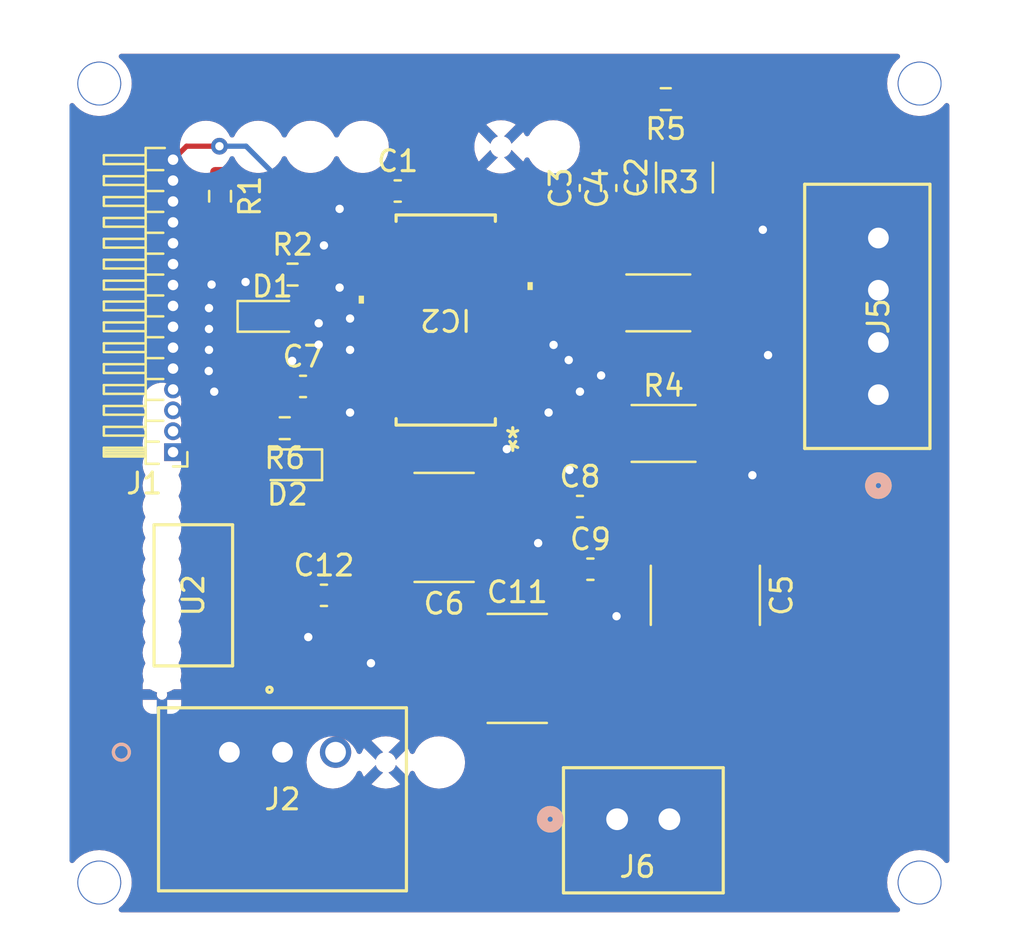
<source format=kicad_pcb>
(kicad_pcb (version 20221018) (generator pcbnew)
  (layers (0 "F.Cu" signal) (31 "B.Cu" signal) (34 "B.Paste" user) (35 "F.Paste" user) (36 "B.SilkS" user "B.Silkscreen") (37 "F.SilkS" user "F.Silkscreen") (38 "B.Mask" user) (39 "F.Mask" user) (44 "Edge.Cuts" user))
  (net 0 "")
  (net 1 "Net-(IC2-5VOUT)")
  (net 2 "GND")
  (net 3 "VM")
  (net 4 "Net-(C2-Pad2)")
  (net 5 "+3.3V")
  (net 6 "Net-(IC2-VCP)")
  (net 7 "Net-(IC2-CPI)")
  (net 8 "CP0")
  (net 9 "Net-(D1-A)")
  (net 10 "Net-(D2-A)")
  (net 11 "/A2")
  (net 12 "Net-(IC2-BRA)")
  (net 13 "/A1")
  (net 14 "/A3")
  (net 15 "Net-(IC2-BRB)")
  (net 16 "/A4")
  (net 18 "RX")
  (net 19 "DIAG")
  (net 20 "SPREAD")
  (net 21 "DIR")
  (net 22 "ENN")
  (net 23 "STEP")
  (net 25 "MS1")
  (net 26 "MS2")
  (net 27 "INDEX")
  (net 28 "+5V")
  (net 29 "TX")
  (footprint "Capacitor_SMD:C_2220_5650Metric_Pad1.97x5.40mm_HandSolder" (layer "F.Cu") (at 142.75 95.5)
    (fp_text reference "C11" (at 0 -3.65) (layer "F.SilkS"))
    (fp_text value "22 µF" hide)
    (pad "1" smd roundrect (at -2.6375 0) (size 1.975 5.4) (layers "F.Cu" "F.Paste" "F.Mask") (roundrect_rratio 0.126582) (net 5 "+3.3V"))
    (pad "2" smd roundrect (at 2.6375 0) (size 1.975 5.4) (layers "F.Cu" "F.Paste" "F.Mask") (roundrect_rratio 0.126582) (net 2 "GND"))
  )
  (footprint "Resistor_SMD:R_2010_5025Metric" (layer "F.Cu") (at 149.75 84.25)
    (fp_text reference "R4" (at 0 -2.28) (layer "F.SilkS"))
    (fp_text value "150mΩ/1W/2010" hide)
    (pad "1" smd roundrect (at -2.3125 0) (size 1.225 2.65) (layers "F.Cu" "F.Paste" "F.Mask") (roundrect_rratio 0.204082) (net 12 "Net-(IC2-BRA)"))
    (pad "2" smd roundrect (at 2.3125 0) (size 1.225 2.65) (layers "F.Cu" "F.Paste" "F.Mask") (roundrect_rratio 0.204082) (net 2 "GND"))
  )
  (footprint "Capacitor_SMD:C_0603_1608Metric_Pad1.08x0.95mm_HandSolder" (layer "F.Cu") (at 137.029801 72.644917)
    (fp_text reference "C1" (at 0 -1.43) (layer "F.SilkS"))
    (fp_text value "2.2µF/50V/0603" hide)
    (pad "1" smd roundrect (at -0.8625 0) (size 1.075 0.95) (layers "F.Cu" "F.Paste" "F.Mask") (net 1 "Net-(IC2-5VOUT)"))
    (pad "2" smd roundrect (at 0.8625 0) (size 1.075 0.95) (layers "F.Cu" "F.Paste" "F.Mask") (net 2 "GND"))
  )
  (footprint "Capacitor_SMD:C_2220_5650Metric" (layer "F.Cu") (at 139.25 88.75 180)
    (fp_text reference "C6" (at 0 -3.65) (layer "F.SilkS"))
    (fp_text value "10µF/50V/2220" hide)
    (pad "1" smd roundrect (at -2.55 0 180) (size 1.8 5.4) (layers "F.Cu" "F.Paste" "F.Mask") (roundrect_rratio 0.138889) (net 3 "VM"))
    (pad "2" smd roundrect (at 2.55 0 180) (size 1.8 5.4) (layers "F.Cu" "F.Paste" "F.Mask") (roundrect_rratio 0.138889) (net 2 "GND"))
  )
  (footprint "LED_SMD:LED_0603_1608Metric_Pad1.05x0.95mm_HandSolder" (layer "F.Cu") (at 131.029801 78.644917)
    (fp_text reference "D1" (at 0 -1.43) (layer "F.SilkS"))
    (fp_text value "white/0603" hide)
    (pad "1" smd roundrect (at -0.875 0) (size 1.05 0.95) (layers "F.Cu" "F.Paste" "F.Mask") (net 2 "GND"))
    (pad "2" smd roundrect (at 0.875 0) (size 1.05 0.95) (layers "F.Cu" "F.Paste" "F.Mask") (net 9 "Net-(D1-A)"))
  )
  (footprint "Resistor_SMD:R_0603_1608Metric" (layer "F.Cu") (at 131.625 84 180)
    (fp_text reference "R6" (at 0 -1.43) (layer "F.SilkS"))
    (fp_text value "1kΩ/1%/0603" hide)
    (pad "1" smd roundrect (at -0.825 0 180) (size 0.8 0.95) (layers "F.Cu" "F.Paste" "F.Mask") (net 5 "+3.3V"))
    (pad "2" smd roundrect (at 0.825 0 180) (size 0.8 0.95) (layers "F.Cu" "F.Paste" "F.Mask") (net 10 "Net-(D2-A)"))
  )
  (footprint "Resistor_SMD:R_0603_1608Metric" (layer "F.Cu") (at 132 76.644917)
    (fp_text reference "R2" (at 0 -1.43) (layer "F.SilkS"))
    (fp_text value "220Ω/1%/0603" hide)
    (pad "1" smd roundrect (at -0.825 0) (size 0.8 0.95) (layers "F.Cu" "F.Paste" "F.Mask") (net 9 "Net-(D1-A)"))
    (pad "2" smd roundrect (at 0.825 0) (size 0.8 0.95) (layers "F.Cu" "F.Paste" "F.Mask") (net 19 "DIAG"))
  )
  (footprint "Connector_PinHeader_1.00mm:PinHeader_1x15_P1.00mm_Horizontal" (layer "F.Cu") (at 126.279801 85.144917 180)
    (fp_text reference "J1" (at 1.375 -1.5) (layer "F.SilkS"))
    (fp_text value "Conn_01x15_Pin" hide)
    (pad "1" thru_hole rect (at 0 0 180) (size 0.85 0.85) (drill 0.5) (layers "*.Cu" "*.Mask") (net 2 "GND"))
    (pad "2" thru_hole oval (at 0 1 180) (size 0.85 0.85) (drill 0.5) (layers "*.Cu" "*.Mask") (net 28 "+5V"))
    (pad "3" thru_hole oval (at 0 2 180) (size 0.85 0.85) (drill 0.5) (layers "*.Cu" "*.Mask") (net 5 "+3.3V"))
    (pad "4" thru_hole oval (at 0 3 180) (size 0.85 0.85) (drill 0.5) (layers "*.Cu" "*.Mask") (net 27 "INDEX"))
    (pad "5" thru_hole oval (at 0 4 180) (size 0.85 0.85) (drill 0.5) (layers "*.Cu" "*.Mask") (net 19 "DIAG"))
    (pad "6" thru_hole oval (at 0 5 180) (size 0.85 0.85) (drill 0.5) (layers "*.Cu" "*.Mask") (net 8 "CP0"))
    (pad "7" thru_hole oval (at 0 6 180) (size 0.85 0.85) (drill 0.5) (layers "*.Cu" "*.Mask") (net 23 "STEP"))
    (pad "8" thru_hole oval (at 0 7 180) (size 0.85 0.85) (drill 0.5) (layers "*.Cu" "*.Mask") (net 21 "DIR"))
    (pad "9" thru_hole oval (at 0 8 180) (size 0.85 0.85) (drill 0.5) (layers "*.Cu" "*.Mask") (net 20 "SPREAD"))
    (pad "10" thru_hole oval (at 0 9 180) (size 0.85 0.85) (drill 0.5) (layers "*.Cu" "*.Mask") (net 8 "CP0"))
    (pad "11" thru_hole oval (at 0 10 180) (size 0.85 0.85) (drill 0.5) (layers "*.Cu" "*.Mask") (net 26 "MS2"))
    (pad "12" thru_hole oval (at 0 11 180) (size 0.85 0.85) (drill 0.5) (layers "*.Cu" "*.Mask") (net 25 "MS1"))
    (pad "13" thru_hole oval (at 0 12 180) (size 0.85 0.85) (drill 0.5) (layers "*.Cu" "*.Mask") (net 18 "RX"))
    (pad "14" thru_hole oval (at 0 13 180) (size 0.85 0.85) (drill 0.5) (layers "*.Cu" "*.Mask") (net 29 "TX"))
    (pad "15" thru_hole oval (at 0 14 180) (size 0.85 0.85) (drill 0.5) (layers "*.Cu" "*.Mask") (net 22 "ENN"))
  )
  (footprint "Resistor_SMD:R_0603_1608Metric" (layer "F.Cu") (at 149.854801 68.244917 180)
    (fp_text reference "R5" (at 0 -1.43) (layer "F.SilkS"))
    (fp_text value "110mΩ/1%/0603" hide)
    (pad "1" smd roundrect (at -0.825 0 180) (size 0.8 0.95) (layers "F.Cu" "F.Paste" "F.Mask") (net 4 "Net-(C2-Pad2)"))
    (pad "2" smd roundrect (at 0.825 0 180) (size 0.8 0.95) (layers "F.Cu" "F.Paste" "F.Mask") (net 2 "GND"))
  )
  (footprint "Capacitor_SMD:C_1210_3225Metric" (layer "F.Cu") (at 150.75 72 90)
    (fp_text reference "C2" (at 0 -2.3 90) (layer "F.SilkS"))
    (fp_text value "1µF/50V/1210" hide)
    (pad "1" smd roundrect (at -1.475 0 90) (size 1.15 2.7) (layers "F.Cu" "F.Paste" "F.Mask") (roundrect_rratio 0.217391) (net 3 "VM"))
    (pad "2" smd roundrect (at 1.475 0 90) (size 1.15 2.7) (layers "F.Cu" "F.Paste" "F.Mask") (roundrect_rratio 0.217391) (net 4 "Net-(C2-Pad2)"))
  )
  (footprint "Capacitor_SMD:C_0603_1608Metric" (layer "F.Cu") (at 146.25 72.5 90)
    (fp_text reference "C3" (at 0 -1.43 90) (layer "F.SilkS"))
    (fp_text value "100nF/50V/0603" hide)
    (pad "1" smd roundrect (at -0.775 0 90) (size 0.9 0.95) (layers "F.Cu" "F.Paste" "F.Mask") (net 3 "VM"))
    (pad "2" smd roundrect (at 0.775 0 90) (size 0.9 0.95) (layers "F.Cu" "F.Paste" "F.Mask") (net 2 "GND"))
  )
  (footprint "173010542 - DC:173010542" (layer "F.Cu") (at 128.976 99.51175)
    (fp_text reference "J2" (at 2.54 2.254) (layer "F.SilkS"))
    (fp_text value "173010542" hide)
    (pad "1" thru_hole circle (at 0 0) (size 1.4986 1.4986) (drill 0.9906) (layers "*.Cu" "*.Mask") (net 3 "VM"))
    (pad "2" thru_hole circle (at 2.54 0) (size 1.4986 1.4986) (drill 0.9906) (layers "*.Cu" "*.Mask") (net 2 "GND"))
    (pad "3" thru_hole circle (at 5.08 0) (size 1.4986 1.4986) (drill 0.9906) (layers "*.Cu" "*.Mask") (net 28 "+5V"))
  )
  (footprint "Capacitor_SMD:C_2220_5650Metric" (layer "F.Cu") (at 151.75 92 -90)
    (fp_text reference "C5" (at 0 -3.65 90) (layer "F.SilkS"))
    (fp_text value "10µF/50V/2220" hide)
    (pad "1" smd roundrect (at -2.55 0 270) (size 1.8 5.4) (layers "F.Cu" "F.Paste" "F.Mask") (roundrect_rratio 0.138889) (net 3 "VM"))
    (pad "2" smd roundrect (at 2.55 0 270) (size 1.8 5.4) (layers "F.Cu" "F.Paste" "F.Mask") (roundrect_rratio 0.138889) (net 2 "GND"))
  )
  (footprint "JST 4 PINS:CONN_B4B-XH-A LFSN_JST" (layer "F.Cu") (at 160.029801 82.395283 90)
    (fp_text reference "J5" (at 3.750183 0 90 unlocked) (layer "F.SilkS"))
    (fp_text value "B4B-XH-A LFSN")
    (pad "1" thru_hole circle (at 0 0 90) (size 1.4986 1.4986) (drill 0.9906) (layers "*.Cu" "*.Mask") (net 13 "/A1"))
    (pad "2" thru_hole circle (at 2.500122 0 90) (size 1.4986 1.4986) (drill 0.9906) (layers "*.Cu" "*.Mask") (net 11 "/A2"))
    (pad "3" thru_hole circle (at 5.000244 0 90) (size 1.4986 1.4986) (drill 0.9906) (layers "*.Cu" "*.Mask") (net 14 "/A3"))
    (pad "4" thru_hole circle (at 7.500366 0 90) (size 1.4986 1.4986) (drill 0.9906) (layers "*.Cu" "*.Mask") (net 16 "/A4"))
  )
  (footprint "Resistor_SMD:R_0603_1608Metric_Pad0.98x0.95mm_HandSolder" (layer "F.Cu") (at 128.529801 72.894917 -90)
    (fp_text reference "R1" (at 0 -1.43 90) (layer "F.SilkS"))
    (fp_text value "1k" hide)
    (pad "1" smd roundrect (at -0.9125 0 270) (size 0.975 0.95) (layers "F.Cu" "F.Paste" "F.Mask") (net 29 "TX"))
    (pad "2" smd roundrect (at 0.9125 0 270) (size 0.975 0.95) (layers "F.Cu" "F.Paste" "F.Mask") (net 18 "RX"))
  )
  (footprint "AZ1117:AZ1117IH-3.3TRG1" (layer "F.Cu") (at 127.25 92 90)
    (fp_text reference "U2" (at 0 0 90) (layer "F.SilkS"))
    (fp_text value "AZ1117IH-3.3TRG1" hide)
    (pad "1" smd rect (at -2.3 3.2258 90) (size 0.8636 1.5494) (layers "F.Cu" "F.Paste" "F.Mask") (net 2 "GND"))
    (pad "2" smd rect (at 0 3.2258 90) (size 0.8636 1.5494) (layers "F.Cu" "F.Paste" "F.Mask") (net 5 "+3.3V"))
    (pad "3" smd rect (at 2.3 3.2258 90) (size 0.8636 1.5494) (layers "F.Cu" "F.Paste" "F.Mask") (net 28 "+5V"))
  )
  (footprint "Capacitor_SMD:C_0603_1608Metric" (layer "F.Cu") (at 145.75 87.75)
    (fp_text reference "C8" (at 0 -1.43) (layer "F.SilkS"))
    (fp_text value "100nF/50V/0603" hide)
    (pad "1" smd roundrect (at -0.775 0) (size 0.9 0.95) (layers "F.Cu" "F.Paste" "F.Mask") (net 3 "VM"))
    (pad "2" smd roundrect (at 0.775 0) (size 0.9 0.95) (layers "F.Cu" "F.Paste" "F.Mask") (net 6 "Net-(IC2-VCP)"))
  )
  (footprint "Capacitor_SMD:C_0603_1608Metric" (layer "F.Cu") (at 132.5 82)
    (fp_text reference "C7" (at 0 -1.43) (layer "F.SilkS"))
    (fp_text value "100nF/50V/0603" hide)
    (pad "1" smd roundrect (at -0.775 0) (size 0.9 0.95) (layers "F.Cu" "F.Paste" "F.Mask") (net 5 "+3.3V"))
    (pad "2" smd roundrect (at 0.775 0) (size 0.9 0.95) (layers "F.Cu" "F.Paste" "F.Mask") (net 2 "GND"))
  )
  (footprint "Capacitor_SMD:C_0603_1608Metric_Pad1.08x0.95mm_HandSolder" (layer "F.Cu") (at 146.25 90.75)
    (fp_text reference "C9" (at 0 -1.43) (layer "F.SilkS"))
    (fp_text value "22nF" hide)
    (pad "1" smd roundrect (at -0.8625 0) (size 1.075 0.95) (layers "F.Cu" "F.Paste" "F.Mask") (net 7 "Net-(IC2-CPI)"))
    (pad "2" smd roundrect (at 0.8625 0) (size 1.075 0.95) (layers "F.Cu" "F.Paste" "F.Mask") (net 8 "CP0"))
  )
  (footprint "Capacitor_SMD:C_0603_1608Metric_Pad1.08x0.95mm_HandSolder" (layer "F.Cu") (at 133.5 92)
    (fp_text reference "C12" (at 0 -1.43) (layer "F.SilkS"))
    (fp_text value "100 nF" hide)
    (pad "1" smd roundrect (at -0.8625 0) (size 1.075 0.95) (layers "F.Cu" "F.Paste" "F.Mask") (net 5 "+3.3V"))
    (pad "2" smd roundrect (at 0.8625 0) (size 1.075 0.95) (layers "F.Cu" "F.Paste" "F.Mask") (net 2 "GND"))
  )
  (footprint "Resistor_SMD:R_2010_5025Metric" (layer "F.Cu") (at 149.5 78)
    (fp_text reference "R3" (at 0.970199 -5.774917) (layer "F.SilkS"))
    (fp_text value "150mΩ/1W/2010" hide)
    (pad "1" smd roundrect (at -2.3125 0) (size 1.225 2.65) (layers "F.Cu" "F.Paste" "F.Mask") (roundrect_rratio 0.204082) (net 15 "Net-(IC2-BRB)"))
    (pad "2" smd roundrect (at 2.3125 0) (size 1.225 2.65) (layers "F.Cu" "F.Paste" "F.Mask") (roundrect_rratio 0.204082) (net 2 "GND"))
  )
  (footprint "TMC2255:HTSSOP28_TRI" (layer "F.Cu") (at 139.327051 78.819918 180)
    (fp_text reference "IC2" (at 0 0 180 unlocked) (layer "F.SilkS"))
    (fp_text value "TMC2225-SA")
    (fp_text user "*" (at -3.20675 -5.6982 180 unlocked) (layer "F.SilkS"))
    (fp_text user "*" (at -3.20675 -5.6982) (layer "F.SilkS"))
    (pad "1" smd rect (at -2.95275 -4.225 180) (size 1.4097 0.3302) (layers "F.Cu" "F.Paste" "F.Mask") (net 8 "CP0"))
    (pad "2" smd rect (at -2.95275 -3.574999 180) (size 1.4097 0.3302) (layers "F.Cu" "F.Paste" "F.Mask") (net 7 "Net-(IC2-CPI)"))
    (pad "3" smd rect (at -2.95275 -2.925 180) (size 1.4097 0.3302) (layers "F.Cu" "F.Paste" "F.Mask") (net 6 "Net-(IC2-VCP)"))
    (pad "4" smd rect (at -2.95275 -2.274999 180) (size 1.4097 0.3302) (layers "F.Cu" "F.Paste" "F.Mask") (net 3 "VM"))
    (pad "5" smd rect (at -2.95275 -1.625001 180) (size 1.4097 0.3302) (layers "F.Cu" "F.Paste" "F.Mask") (net 11 "/A2"))
    (pad "6" smd rect (at -2.95275 -0.974999 180) (size 1.4097 0.3302) (layers "F.Cu" "F.Paste" "F.Mask") (net 12 "Net-(IC2-BRA)"))
    (pad "7" smd rect (at -2.95275 -0.325001 180) (size 1.4097 0.3302) (layers "F.Cu" "F.Paste" "F.Mask") (net 13 "/A1"))
    (pad "8" smd rect (at -2.95275 0.324998 180) (size 1.4097 0.3302) (layers "F.Cu" "F.Paste" "F.Mask") (net 14 "/A3"))
    (pad "9" smd rect (at -2.95275 0.974999 180) (size 1.4097 0.3302) (layers "F.Cu" "F.Paste" "F.Mask") (net 15 "Net-(IC2-BRB)"))
    (pad "10" smd rect (at -2.95275 1.624998 180) (size 1.4097 0.3302) (layers "F.Cu" "F.Paste" "F.Mask") (net 16 "/A4"))
    (pad "11" smd rect (at -2.95275 2.274999 180) (size 1.4097 0.3302) (layers "F.Cu" "F.Paste" "F.Mask") (net 3 "VM"))
    (pad "12" smd rect (at -2.95275 2.924998 180) (size 1.4097 0.3302) (layers "F.Cu" "F.Paste" "F.Mask"))
    (pad "13" smd rect (at -2.95275 3.574999 180) (size 1.4097 0.3302) (layers "F.Cu" "F.Paste" "F.Mask") (net 2 "GND"))
    (pad "14" smd rect (at -2.95275 4.224998 180) (size 1.4097 0.3302) (layers "F.Cu" "F.Paste" "F.Mask") (net 2 "GND"))
    (pad "15" smd rect (at 2.95275 4.225 180) (size 1.4097 0.3302) (layers "F.Cu" "F.Paste" "F.Mask") (net 1 "Net-(IC2-5VOUT)"))
    (pad "16" smd rect (at 2.95275 3.574999 180) (size 1.4097 0.3302) (layers "F.Cu" "F.Paste" "F.Mask") (net 5 "+3.3V"))
    (pad "17" smd rect (at 2.95275 2.925 180) (size 1.4097 0.3302) (layers "F.Cu" "F.Paste" "F.Mask") (net 18 "RX"))
    (pad "18" smd rect (at 2.95275 2.274999 180) (size 1.4097 0.3302) (layers "F.Cu" "F.Paste" "F.Mask") (net 19 "DIAG"))
    (pad "19" smd rect (at 2.95275 1.625001 180) (size 1.4097 0.3302) (layers "F.Cu" "F.Paste" "F.Mask") (net 20 "SPREAD"))
    (pad "20" smd rect (at 2.95275 0.974999 180) (size 1.4097 0.3302) (layers "F.Cu" "F.Paste" "F.Mask") (net 21 "DIR"))
    (pad "21" smd rect (at 2.95275 0.325001 180) (size 1.4097 0.3302) (layers "F.Cu" "F.Paste" "F.Mask") (net 22 "ENN"))
    (pad "22" smd rect (at 2.95275 -0.325001 180) (size 1.4097 0.3302) (layers "F.Cu" "F.Paste" "F.Mask") (net 23 "STEP"))
    (pad "23" smd rect (at 2.95275 -0.974999 180) (size 1.4097 0.3302) (layers "F.Cu" "F.Paste" "F.Mask"))
    (pad "24" smd rect (at 2.95275 -1.625001 180) (size 1.4097 0.3302) (layers "F.Cu" "F.Paste" "F.Mask") (net 2 "GND"))
    (pad "25" smd rect (at 2.95275 -2.274999 180) (size 1.4097 0.3302) (layers "F.Cu" "F.Paste" "F.Mask") (net 25 "MS1"))
    (pad "26" smd rect (at 2.95275 -2.925 180) (size 1.4097 0.3302) (layers "F.Cu" "F.Paste" "F.Mask") (net 26 "MS2"))
    (pad "27" smd rect (at 2.95275 -3.574999 180) (size 1.4097 0.3302) (layers "F.Cu" "F.Paste" "F.Mask") (net 27 "INDEX"))
    (pad "28" smd rect (at 2.95275 -4.225 180) (size 1.4097 0.3302) (layers "F.Cu" "F.Paste" "F.Mask") (net 2 "GND"))
    (pad "29" smd rect (at 0 0 180) (size 2.7432 6.1976) (layers "F.Cu" "F.Mask") (net 2 "GND"))
  )
  (footprint "Capacitor_SMD:C_0603_1608Metric" (layer "F.Cu") (at 148 72.5 90)
    (fp_text reference "C4" (at 0 -1.43 90) (layer "F.SilkS"))
    (fp_text value "100nF/50V/0603" hide)
    (pad "1" smd roundrect (at -0.775 0 90) (size 0.9 0.95) (layers "F.Cu" "F.Paste" "F.Mask") (net 3 "VM"))
    (pad "2" smd roundrect (at 0.775 0 90) (size 0.9 0.95) (layers "F.Cu" "F.Paste" "F.Mask") (net 2 "GND"))
  )
  (footprint "JST 2 pins:CONN_B2B-XH-ALFSN_JST" (layer "F.Cu") (at 147.529006 102.720199 180)
    (fp_text reference "J6" (at -0.970994 -2.279801 unlocked) (layer "F.SilkS"))
    (fp_text value "B2B-XH-ALFSN" hide)
    (pad "1" thru_hole circle (at 0 0 180) (size 1.5494 1.5494) (drill 1.0414) (layers "*.Cu" "*.Mask") (net 3 "VM"))
    (pad "2" thru_hole circle (at -2.5 0 180) (size 1.5494 1.5494) (drill 1.0414) (layers "*.Cu" "*.Mask") (net 2 "GND"))
  )
  (footprint "LED_SMD:LED_0603_1608Metric_Pad1.05x0.95mm_HandSolder" (layer "F.Cu") (at 131.75 85.75 180)
    (fp_text reference "D2" (at 0 -1.43) (layer "F.SilkS"))
    (fp_text value "blue/0603" hide)
    (pad "1" smd roundrect (at -0.875 0 180) (size 1.05 0.95) (layers "F.Cu" "F.Paste" "F.Mask") (net 2 "GND"))
    (pad "2" smd roundrect (at 0.875 0 180) (size 1.05 0.95) (layers "F.Cu" "F.Paste" "F.Mask") (net 10 "Net-(D2-A)"))
  )
  (via (at 162 105.75) (size 2.1) (drill 2) (layers "F.Cu" "B.Cu") (net 0))
  (via (at 122.75 67.5) (size 2.1) (drill 2) (layers "F.Cu" "B.Cu") (net 0))
  (via (at 122.75 105.75) (size 2.1) (drill 2) (layers "F.Cu" "B.Cu") (net 0))
  (via (at 122.75 67.5) (size 0.8) (drill 0.4) (layers "F.Cu" "B.Cu") (net 0))
  (via (at 162 105.75) (size 0.8) (drill 0.4) (layers "F.Cu" "B.Cu") (net 0))
  (via (at 162 67.5) (size 0.8) (drill 0.4) (layers "F.Cu" "B.Cu") (net 0))
  (via (at 122.75 67.5) (size 0.8) (drill 0.4) (layers "F.Cu" "B.Cu") (net 0))
  (via (at 162 105.75) (size 0.8) (drill 0.4) (layers "F.Cu" "B.Cu") (net 0))
  (via (at 122.75 105.75) (size 0.8) (drill 0.4) (layers "F.Cu" "B.Cu") (net 0))
  (via (at 162 67.5) (size 0.8) (drill 0.4) (layers "F.Cu" "B.Cu") (net 0))
  (via (at 162 67.5) (size 2.1) (drill 2) (layers "F.Cu" "B.Cu") (net 0))
  (via (at 122.75 105.75) (size 0.8) (drill 0.4) (layers "F.Cu" "B.Cu") (net 0))
  (segment (start 136.167301 74.387918) (end 136.374301 74.594918) (width 0.25) (layer "F.Cu") (net 1))
  (segment (start 136.167301 72.644917) (end 136.167301 74.387918) (width 0.25) (layer "F.Cu") (net 1))
  (segment (start 147.7 89.45) (end 147.5 89.25) (width 0.25) (layer "F.Cu") (net 3))
  (segment (start 153.475 73.475) (end 154.5 74.5) (width 0.25) (layer "F.Cu") (net 3))
  (segment (start 151.75 89.45) (end 147.7 89.45) (width 0.25) (layer "F.Cu") (net 3))
  (segment (start 141.934884 87.75) (end 141.829801 87.644917) (width 0.25) (layer "F.Cu") (net 3))
  (segment (start 144.975 88.725) (end 144.975 87.75) (width 0.25) (layer "F.Cu") (net 3))
  (segment (start 145.25 86) (end 145.25 87.475) (width 0.25) (layer "F.Cu") (net 3))
  (segment (start 151.75 88.5) (end 151.75 89.45) (width 0.25) (layer "F.Cu") (net 3))
  (segment (start 145 82.25) (end 145.75 82.25) (width 0.25) (layer "F.Cu") (net 3))
  (segment (start 137 93.5) (end 141.75 88.75) (width 0.75) (layer "F.Cu") (net 3))
  (segment (start 141.75 88.75) (end 141.8 88.75) (width 0.25) (layer "F.Cu") (net 3))
  (segment (start 147.529006 102.720199) (end 132.184449 102.720199) (width 0.75) (layer "F.Cu") (net 3))
  (segment (start 145.25 87.475) (end 144.975 87.75) (width 0.25) (layer "F.Cu") (net 3))
  (segment (start 150.75 73.475) (end 153.475 73.475) (width 0.25) (layer "F.Cu") (net 3))
  (segment (start 148 73.275) (end 146.25 73.275) (width 0.25) (layer "F.Cu") (net 3))
  (segment (start 142.279801 81.094917) (end 143.844917 81.094917) (width 0.25) (layer "F.Cu") (net 3))
  (segment (start 143.844917 81.094917) (end 145 82.25) (width 0.25) (layer "F.Cu") (net 3))
  (segment (start 147.5 89.25) (end 145.5 89.25) (width 0.25) (layer "F.Cu") (net 3))
  (segment (start 144.975 87.75) (end 141.934884 87.75) (width 0.75) (layer "F.Cu") (net 3))
  (segment (start 145.5 89.25) (end 144.975 88.725) (width 0.25) (layer "F.Cu") (net 3))
  (segment (start 148.2 73.475) (end 148 73.275) (width 0.25) (layer "F.Cu") (net 3))
  (segment (start 154 86.25) (end 151.75 88.5) (width 0.25) (layer "F.Cu") (net 3))
  (segment (start 150.75 73.475) (end 148.2 73.475) (width 0.25) (layer "F.Cu") (net 3))
  (segment (start 128.976 99.51175) (end 134.98775 93.5) (width 0.75) (layer "F.Cu") (net 3))
  (segment (start 142.980081 76.544919) (end 142.279801 76.544919) (width 0.25) (layer "F.Cu") (net 3))
  (segment (start 134.98775 93.5) (end 137 93.5) (width 0.75) (layer "F.Cu") (net 3))
  (segment (start 132.184449 102.720199) (end 128.976 99.51175) (width 0.75) (layer "F.Cu") (net 3))
  (segment (start 146.25 73.275) (end 142.980081 76.544919) (width 0.25) (layer "F.Cu") (net 3))
  (via (at 154.5 74.5) (size 0.8) (drill 0.4) (layers "F.Cu" "B.Cu") (net 3))
  (via (at 145.75 82.25) (size 0.8) (drill 0.4) (layers "F.Cu" "B.Cu") (net 3))
  (via (at 154 86.25) (size 0.8) (drill 0.4) (layers "F.Cu" "B.Cu") (net 3))
  (via (at 145.25 86) (size 0.8) (drill 0.4) (layers "F.Cu" "B.Cu") (net 3))
  (segment (start 154.5 74.5) (end 155.75 75.75) (width 0.25) (layer "B.Cu") (net 3))
  (segment (start 145.75 85.5) (end 145.25 86) (width 0.25) (layer "B.Cu") (net 3))
  (segment (start 155.75 83.75) (end 154 85.5) (width 0.25) (layer "B.Cu") (net 3))
  (segment (start 154 85.5) (end 154 86.25) (width 0.25) (layer "B.Cu") (net 3))
  (segment (start 155.75 75.75) (end 155.75 83.75) (width 0.25) (layer "B.Cu") (net 3))
  (segment (start 145.75 82.25) (end 145.75 85.5) (width 0.25) (layer "B.Cu") (net 3))
  (segment (start 150.679801 68.244917) (end 150.679801 70.454801) (width 0.25) (layer "F.Cu") (net 4))
  (segment (start 150.679801 70.454801) (end 150.75 70.525) (width 0.25) (layer "F.Cu") (net 4))
  (segment (start 135.381315 75.244919) (end 136.374301 75.244919) (width 0.25) (layer "F.Cu") (net 5))
  (segment (start 134.25 73.5) (end 134.25 74.113604) (width 0.25) (layer "F.Cu") (net 5))
  (segment (start 132.6375 88.1125) (end 134.25 86.5) (width 0.25) (layer "F.Cu") (net 5))
  (segment (start 139.8625 95.25) (end 135.75 95.25) (width 0.25) (layer "F.Cu") (net 5))
  (segment (start 134.25 86.5) (end 134.25 84.5) (width 0.25) (layer "F.Cu") (net 5))
  (segment (start 131.725 82) (end 130 82) (width 0.25) (layer "F.Cu") (net 5))
  (segment (start 132.6375 92) (end 132.6375 88.1125) (width 0.25) (layer "F.Cu") (net 5))
  (segment (start 132.75 92.1125) (end 132.6375 92) (width 0.25) (layer "F.Cu") (net 5))
  (segment (start 134 84.25) (end 132.7 84.25) (width 0.25) (layer "F.Cu") (net 5))
  (segment (start 132 83.55) (end 132 82.275) (width 0.25) (layer "F.Cu") (net 5))
  (segment (start 130.4758 92) (end 132.6375 92) (width 0.25) (layer "F.Cu") (net 5))
  (segment (start 132.45 84) (end 132 83.55) (width 0.25) (layer "F.Cu") (net 5))
  (segment (start 130 82) (end 128.855083 83.144917) (width 0.25) (layer "F.Cu") (net 5))
  (segment (start 134.25 74.113604) (end 135.381315 75.244919) (width 0.25) (layer "F.Cu") (net 5))
  (segment (start 131.978108 80.7755) (end 131.978108 81.746892) (width 0.25) (layer "F.Cu") (net 5))
  (segment (start 131.978108 81.746892) (end 131.725 82) (width 0.25) (layer "F.Cu") (net 5))
  (segment (start 140.1125 95.5) (end 139.8625 95.25) (width 0.25) (layer "F.Cu") (net 5))
  (segment (start 128.855083 83.144917) (end 126.279801 83.144917) (width 0.25) (layer "F.Cu") (net 5))
  (segment (start 132 82.275) (end 131.725 82) (width 0.25) (layer "F.Cu") (net 5))
  (segment (start 132.75 94) (end 132.75 92.1125) (width 0.25) (layer "F.Cu") (net 5))
  (segment (start 132.7 84.25) (end 132.45 84) (width 0.25) (layer "F.Cu") (net 5))
  (segment (start 134.25 84.5) (end 134 84.25) (width 0.25) (layer "F.Cu") (net 5))
  (via (at 131.978108 80.7755) (size 0.8) (drill 0.4) (layers "F.Cu" "B.Cu") (net 5))
  (via (at 134.25 73.5) (size 0.8) (drill 0.4) (layers "F.Cu" "B.Cu") (net 5))
  (via (at 135.75 95.25) (size 0.8) (drill 0.4) (layers "F.Cu" "B.Cu") (net 5))
  (via (at 132.75 94) (size 0.8) (drill 0.4) (layers "F.Cu" "B.Cu") (net 5))
  (segment (start 134.5 94) (end 132.75 94) (width 0.25) (layer "B.Cu") (net 5))
  (segment (start 135.025305 81) (end 135.5 80.525305) (width 0.25) (layer "B.Cu") (net 5))
  (segment (start 135.5 74.75) (end 134.25 73.5) (width 0.25) (layer "B.Cu") (net 5))
  (segment (start 135.5 80.525305) (end 135.5 74.75) (width 0.25) (layer "B.Cu") (net 5))
  (segment (start 135.75 95.25) (end 134.5 94) (width 0.25) (layer "B.Cu") (net 5))
  (segment (start 132.202608 81) (end 135.025305 81) (width 0.25) (layer "B.Cu") (net 5))
  (segment (start 131.978108 80.7755) (end 132.202608 81) (width 0.25) (layer "B.Cu") (net 5))
  (segment (start 143.494918 81.744918) (end 142.279801 81.744918) (width 0.25) (layer "F.Cu") (net 6))
  (segment (start 146 87.5) (end 146 83.974695) (width 0.25) (layer "F.Cu") (net 6))
  (segment (start 146.25 87.75) (end 146 87.5) (width 0.25) (layer "F.Cu") (net 6))
  (segment (start 146 83.974695) (end 144.550305 82.525) (width 0.25) (layer "F.Cu") (net 6))
  (segment (start 144.275 82.525) (end 143.494918 81.744918) (width 0.25) (layer "F.Cu") (net 6))
  (segment (start 146.525 87.75) (end 146.25 87.75) (width 0.25) (layer "F.Cu") (net 6))
  (segment (start 144.550305 82.525) (end 144.275 82.525) (width 0.25) (layer "F.Cu") (net 6))
  (segment (start 144.25 83.25) (end 143.394917 82.394917) (width 0.25) (layer "F.Cu") (net 7))
  (segment (start 145 90.75) (end 143.75 89.5) (width 0.25) (layer "F.Cu") (net 7))
  (segment (start 145.3875 90.75) (end 145 90.75) (width 0.25) (layer "F.Cu") (net 7))
  (segment (start 143.394917 82.394917) (end 142.279801 82.394917) (width 0.25) (layer "F.Cu") (net 7))
  (via (at 144.25 83.25) (size 0.8) (drill 0.4) (layers "F.Cu" "B.Cu") (net 7))
  (via (at 143.75 89.5) (size 0.8) (drill 0.4) (layers "F.Cu" "B.Cu") (net 7))
  (segment (start 143.75 89.5) (end 144.25 89) (width 0.25) (layer "B.Cu") (net 7))
  (segment (start 144.25 89) (end 144.25 83.25) (width 0.25) (layer "B.Cu") (net 7))
  (segment (start 128 80.25) (end 126.384884 80.25) (width 0.25) (layer "F.Cu") (net 8))
  (segment (start 124.25 78.716156) (end 125.678761 80.144917) (width 0.25) (layer "F.Cu") (net 8))
  (segment (start 126.279801 76.144917) (end 125.105083 76.144917) (width 0.25) (layer "F.Cu") (net 8))
  (segment (start 142.279801 84.970199) (end 142.25 85) (width 0.25) (layer "F.Cu") (net 8))
  (segment (start 142.279801 83.044918) (end 142.279801 84.970199) (width 0.25) (layer "F.Cu") (net 8))
  (segment (start 124.25 77) (end 124.25 78.716156) (width 0.25) (layer "F.Cu") (net 8))
  (segment (start 125.105083 76.144917) (end 124.25 77) (width 0.25) (layer "F.Cu") (net 8))
  (segment (start 126.384884 80.25) (end 126.279801 80.144917) (width 0.25) (layer "F.Cu") (net 8))
  (segment (start 147.1125 92.6125) (end 147.5 93) (width 0.25) (layer "F.Cu") (net 8))
  (segment (start 147.1125 90.75) (end 147.1125 92.6125) (width 0.25) (layer "F.Cu") (net 8))
  (segment (start 125.678761 80.144917) (end 126.279801 80.144917) (width 0.25) (layer "F.Cu") (net 8))
  (via (at 147.5 93) (size 0.8) (drill 0.4) (layers "F.Cu" "B.Cu") (net 8))
  (via (at 142.25 85) (size 0.8) (drill 0.4) (layers "F.Cu" "B.Cu") (net 8))
  (via (at 128 80.25) (size 0.8) (drill 0.4) (layers "F.Cu" "B.Cu") (net 8))
  (segment (start 142.25 85) (end 138.75 81.5) (width 0.25) (layer "B.Cu") (net 8))
  (segment (start 142.25 90.25) (end 142.25 85) (width 0.25) (layer "B.Cu") (net 8))
  (segment (start 129.25 81.5) (end 128 80.25) (width 0.25) (layer "B.Cu") (net 8))
  (segment (start 147.5 93) (end 145 93) (width 0.25) (layer "B.Cu") (net 8))
  (segment (start 138.75 81.5) (end 129.25 81.5) (width 0.25) (layer "B.Cu") (net 8))
  (segment (start 145 93) (end 142.25 90.25) (width 0.25) (layer "B.Cu") (net 8))
  (segment (start 132.204801 78.344917) (end 131.904801 78.644917) (width 0.25) (layer "F.Cu") (net 9))
  (segment (start 131.904801 78.644917) (end 131.904801 77.374718) (width 0.25) (layer "F.Cu") (net 9))
  (segment (start 131.904801 77.374718) (end 131.175 76.644917) (width 0.25) (layer "F.Cu") (net 9))
  (segment (start 130.8 85.675) (end 130.875 85.75) (width 0.25) (layer "F.Cu") (net 10))
  (segment (start 130.8 84) (end 130.8 85.675) (width 0.25) (layer "F.Cu") (net 10))
  (segment (start 143.895016 80.444919) (end 142.279801 80.444919) (width 0.25) (layer "F.Cu") (net 11))
  (segment (start 160.029801 79.895161) (end 155.354839 79.895161) (width 0.25) (layer "F.Cu") (net 11))
  (segment (start 144.186896 80.736799) (end 143.895016 80.444919) (width 0.25) (layer "F.Cu") (net 11))
  (segment (start 145.212201 80.736799) (end 144.186896 80.736799) (width 0.25) (layer "F.Cu") (net 11))
  (segment (start 155.354839 79.895161) (end 154.75 80.5) (width 0.25) (layer "F.Cu") (net 11))
  (via (at 145.212201 80.736799) (size 0.8) (drill 0.4) (layers "F.Cu" "B.Cu") (net 11))
  (via (at 154.75 80.5) (size 0.8) (drill 0.4) (layers "F.Cu" "B.Cu") (net 11))
  (segment (start 145.449 80.5) (end 154.75 80.5) (width 0.25) (layer "B.Cu") (net 11))
  (segment (start 145.212201 80.736799) (end 145.449 80.5) (width 0.25) (layer "B.Cu") (net 11))
  (segment (start 146.762299 81.4745) (end 146.762299 83.574799) (width 0.25) (layer "F.Cu") (net 12))
  (segment (start 146.762299 83.574799) (end 147.4375 84.25) (width 0.25) (layer "F.Cu") (net 12))
  (segment (start 144.270319 79.794917) (end 142.279801 79.794917) (width 0.25) (layer "F.Cu") (net 12))
  (segment (start 144.487701 80.012299) (end 144.270319 79.794917) (width 0.25) (layer "F.Cu") (net 12))
  (via (at 144.487701 80.012299) (size 0.8) (drill 0.4) (layers "F.Cu" "B.Cu") (net 12))
  (via (at 146.762299 81.4745) (size 0.8) (drill 0.4) (layers "F.Cu" "B.Cu") (net 12))
  (segment (start 144.487701 81.037604) (end 144.487701 80.012299) (width 0.25) (layer "B.Cu") (net 12))
  (segment (start 144.924597 81.4745) (end 144.487701 81.037604) (width 0.25) (layer "B.Cu") (net 12))
  (segment (start 146.762299 81.4745) (end 144.924597 81.4745) (width 0.25) (layer "B.Cu") (net 12))
  (segment (start 154.025 80.775) (end 154 80.75) (width 0.25) (layer "F.Cu") (net 13))
  (segment (start 146.25 80.75) (end 144.644919 79.144919) (width 0.25) (layer "F.Cu") (net 13))
  (segment (start 154.870678 81.645983) (end 154.025 80.800305) (width 0.25) (layer "F.Cu") (net 13))
  (segment (start 159.280501 81.645983) (end 154.870678 81.645983) (width 0.25) (layer "F.Cu") (net 13))
  (segment (start 160.029801 82.395283) (end 159.280501 81.645983) (width 0.25) (layer "F.Cu") (net 13))
  (segment (start 154 80.75) (end 146.25 80.75) (width 0.25) (layer "F.Cu") (net 13))
  (segment (start 144.644919 79.144919) (end 142.279801 79.144919) (width 0.25) (layer "F.Cu") (net 13))
  (segment (start 154.025 80.800305) (end 154.025 80.775) (width 0.25) (layer "F.Cu") (net 13))
  (segment (start 144.74492 78.49492) (end 142.279801 78.49492) (width 0.25) (layer "F.Cu") (net 14))
  (segment (start 152.8 80.2) (end 146.45 80.2) (width 0.25) (layer "F.Cu") (net 14))
  (segment (start 155.25 77.75) (end 152.8 80.2) (width 0.25) (layer "F.Cu") (net 14))
  (segment (start 159.67484 77.75) (end 155.25 77.75) (width 0.25) (layer "F.Cu") (net 14))
  (segment (start 146.45 80.2) (end 144.74492 78.49492) (width 0.25) (layer "F.Cu") (net 14))
  (segment (start 160.029801 77.395039) (end 159.67484 77.75) (width 0.25) (layer "F.Cu") (net 14))
  (segment (start 147.032419 77.844919) (end 142.279801 77.844919) (width 0.25) (layer "F.Cu") (net 15))
  (segment (start 147.1875 78) (end 147.032419 77.844919) (width 0.25) (layer "F.Cu") (net 15))
  (segment (start 144.30508 77.19492) (end 142.279801 77.19492) (width 0.25) (layer "F.Cu") (net 16))
  (segment (start 160.029801 74.894917) (end 159.174718 75.75) (width 0.25) (layer "F.Cu") (net 16))
  (segment (start 145.75 75.75) (end 144.30508 77.19492) (width 0.25) (layer "F.Cu") (net 16))
  (segment (start 159.174718 75.75) (end 145.75 75.75) (width 0.25) (layer "F.Cu") (net 16))
  (segment (start 128.529801 73.807417) (end 127.867301 73.144917) (width 0.25) (layer "F.Cu") (net 18))
  (segment (start 127.867301 73.144917) (end 126.279801 73.144917) (width 0.25) (layer "F.Cu") (net 18))
  (segment (start 136.374301 76.544919) (end 133.954799 76.544919) (width 0.25) (layer "F.Cu") (net 19))
  (segment (start 133.854801 76.644917) (end 133.954799 76.544919) (width 0.25) (layer "F.Cu") (net 19))
  (segment (start 126.279801 81.144917) (end 127.870319 81.144917) (width 0.25) (layer "F.Cu") (net 19))
  (segment (start 133.5 75.969917) (end 132.825 76.644917) (width 0.25) (layer "F.Cu") (net 19))
  (segment (start 132.825 76.644917) (end 133.854801 76.644917) (width 0.25) (layer "F.Cu") (net 19))
  (segment (start 127.870319 81.144917) (end 127.987701 81.262299) (width 0.25) (layer "F.Cu") (net 19))
  (segment (start 133.5 75.25) (end 133.5 75.969917) (width 0.25) (layer "F.Cu") (net 19))
  (via (at 133.5 75.25) (size 0.8) (drill 0.4) (layers "F.Cu" "B.Cu") (net 19))
  (via (at 127.987701 81.262299) (size 0.8) (drill 0.4) (layers "F.Cu" "B.Cu") (net 19))
  (segment (start 128.974695 75.25) (end 133.5 75.25) (width 0.25) (layer "B.Cu") (net 19))
  (segment (start 127.987701 81.262299) (end 127.275 80.549598) (width 0.25) (layer "B.Cu") (net 19))
  (segment (start 127.275 76.949695) (end 128.974695 75.25) (width 0.25) (layer "B.Cu") (net 19))
  (segment (start 127.275 80.549598) (end 127.275 76.949695) (width 0.25) (layer "B.Cu") (net 19))
  (segment (start 126.279801 77.144917) (end 128.104377 77.144917) (width 0.25) (layer "F.Cu") (net 20))
  (segment (start 134.324502 77.194917) (end 136.374301 77.194917) (width 0.25) (layer "F.Cu") (net 20))
  (segment (start 128.104377 77.144917) (end 128.124647 77.124647) (width 0.25) (layer "F.Cu") (net 20))
  (segment (start 134.25 77.269419) (end 134.324502 77.194917) (width 0.25) (layer "F.Cu") (net 20))
  (via (at 134.25 77.269419) (size 0.8) (drill 0.4) (layers "F.Cu" "B.Cu") (net 20))
  (via (at 128.124647 77.124647) (size 0.8) (drill 0.4) (layers "F.Cu" "B.Cu") (net 20))
  (segment (start 134.25 77.269419) (end 133.255581 76.275) (width 0.25) (layer "B.Cu") (net 20))
  (segment (start 128.974294 76.275) (end 128.124647 77.124647) (width 0.25) (layer "B.Cu") (net 20))
  (segment (start 133.255581 76.275) (end 128.974294 76.275) (width 0.25) (layer "B.Cu") (net 20))
  (segment (start 135.180386 77.844919) (end 136.374301 77.844919) (width 0.25) (layer "F.Cu") (net 21))
  (segment (start 126.279801 78.144917) (end 127.894917 78.144917) (width 0.25) (layer "F.Cu") (net 21))
  (segment (start 135.025305 78) (end 135.180386 77.844919) (width 0.25) (layer "F.Cu") (net 21))
  (segment (start 134.225402 78) (end 135.025305 78) (width 0.25) (layer "F.Cu") (net 21))
  (segment (start 133.25 78.975402) (end 134.225402 78) (width 0.25) (layer "F.Cu") (net 21))
  (segment (start 127.894917 78.144917) (end 128 78.25) (width 0.25) (layer "F.Cu") (net 21))
  (via (at 128 78.25) (size 0.8) (drill 0.4) (layers "F.Cu" "B.Cu") (net 21))
  (via (at 133.25 78.975402) (size 0.8) (drill 0.4) (layers "F.Cu" "B.Cu") (net 21))
  (segment (start 133.25 78.975402) (end 132.274598 78) (width 0.25) (layer "B.Cu") (net 21))
  (segment (start 132.274598 78) (end 128.25 78) (width 0.25) (layer "B.Cu") (net 21))
  (segment (start 128.25 78) (end 128 78.25) (width 0.25) (layer "B.Cu") (net 21))
  (segment (start 126.924718 70.5) (end 126.279801 71.144917) (width 0.25) (layer "F.Cu") (net 22))
  (segment (start 128.5 70.5) (end 126.924718 70.5) (width 0.25) (layer "F.Cu") (net 22))
  (segment (start 135.005083 78.494917) (end 134.75 78.75) (width 0.25) (layer "F.Cu") (net 22))
  (segment (start 136.374301 78.494917) (end 135.005083 78.494917) (width 0.25) (layer "F.Cu") (net 22))
  (via (at 134.75 78.75) (size 0.8) (drill 0.4) (layers "F.Cu" "B.Cu") (net 22))
  (via (at 128.5 70.5) (size 0.8) (drill 0.4) (layers "F.Cu" "B.Cu") (net 22))
  (segment (start 134.975 78.525) (end 134.975 75.699695) (width 0.25) (layer "B.Cu") (net 22))
  (segment (start 134.975 75.699695) (end 129.775305 70.5) (width 0.25) (layer "B.Cu") (net 22))
  (segment (start 134.75 78.75) (end 134.975 78.525) (width 0.25) (layer "B.Cu") (net 22))
  (segment (start 129.775305 70.5) (end 128.5 70.5) (width 0.25) (layer "B.Cu") (net 22))
  (segment (start 133.725 79.525) (end 135.050305 79.525) (width 0.25) (layer "F.Cu") (net 23))
  (segment (start 127.894917 79.144917) (end 128 79.25) (width 0.25) (layer "F.Cu") (net 23))
  (segment (start 126.279801 79.144917) (end 127.894917 79.144917) (width 0.25) (layer "F.Cu") (net 23))
  (segment (start 133.25 80) (end 133.725 79.525) (width 0.25) (layer "F.Cu") (net 23))
  (segment (start 135.050305 79.525) (end 135.430386 79.144919) (width 0.25) (layer "F.Cu") (net 23))
  (segment (start 135.430386 79.144919) (end 136.374301 79.144919) (width 0.25) (layer "F.Cu") (net 23))
  (via (at 128 79.25) (size 0.8) (drill 0.4) (layers "F.Cu" "B.Cu") (net 23))
  (via (at 133.25 80) (size 0.8) (drill 0.4) (layers "F.Cu" "B.Cu") (net 23))
  (segment (start 132.5 79.25) (end 133.25 80) (width 0.25) (layer "B.Cu") (net 23))
  (segment (start 128 79.25) (end 132.5 79.25) (width 0.25) (layer "B.Cu") (net 23))
  (segment (start 129.75 77) (end 129.75 76.5) (width 0.25) (layer "F.Cu") (net 25))
  (segment (start 134.75 80.25) (end 135.594917 81.094917) (width 0.25) (layer "F.Cu") (net 25))
  (segment (start 127.394917 74.144917) (end 126.279801 74.144917) (width 0.25) (layer "F.Cu") (net 25))
  (segment (start 135.594917 81.094917) (end 136.374301 81.094917) (width 0.25) (layer "F.Cu") (net 25))
  (segment (start 129.75 76.5) (end 127.394917 74.144917) (width 0.25) (layer "F.Cu") (net 25))
  (via (at 134.75 80.25) (size 0.8) (drill 0.4) (layers "F.Cu" "B.Cu") (net 25))
  (via (at 129.75 77) (size 0.8) (drill 0.4) (layers "F.Cu" "B.Cu") (net 25))
  (segment (start 133.500402 78.250402) (end 133.550305 78.250402) (width 0.25) (layer "B.Cu") (net 25))
  (segment (start 132.25 77) (end 133.500402 78.250402) (width 0.25) (layer "B.Cu") (net 25))
  (segment (start 133.875354 79.375354) (end 134.75 80.25) (width 0.25) (layer "B.Cu") (net 25))
  (segment (start 129.75 77) (end 132.25 77) (width 0.25) (layer "B.Cu") (net 25))
  (segment (start 133.975 78.675097) (end 133.975 79.275707) (width 0.25) (layer "B.Cu") (net 25))
  (segment (start 133.550305 78.250402) (end 133.975 78.675097) (width 0.25) (layer "B.Cu") (net 25))
  (segment (start 133.975 79.275707) (end 133.875354 79.375354) (width 0.25) (layer "B.Cu") (net 25))
  (segment (start 127.644917 75.144917) (end 129 76.5) (width 0.25) (layer "F.Cu") (net 26))
  (segment (start 129 79.25) (end 129.5 79.75) (width 0.25) (layer "F.Cu") (net 26))
  (segment (start 134.994918 81.744918) (end 136.374301 81.744918) (width 0.25) (layer "F.Cu") (net 26))
  (segment (start 134 80.75) (end 134.994918 81.744918) (width 0.25) (layer "F.Cu") (net 26))
  (segment (start 129.5 79.75) (end 132 79.75) (width 0.25) (layer "F.Cu") (net 26))
  (segment (start 132 79.75) (end 132.525 80.275) (width 0.25) (layer "F.Cu") (net 26))
  (segment (start 129 76.5) (end 129 79.25) (width 0.25) (layer "F.Cu") (net 26))
  (segment (start 132.525 80.300305) (end 132.974695 80.75) (width 0.25) (layer "F.Cu") (net 26))
  (segment (start 126.279801 75.144917) (end 127.644917 75.144917) (width 0.25) (layer "F.Cu") (net 26))
  (segment (start 132.525 80.275) (end 132.525 80.300305) (width 0.25) (layer "F.Cu") (net 26))
  (segment (start 132.974695 80.75) (end 134 80.75) (width 0.25) (layer "F.Cu") (net 26))
  (segment (start 135.605083 82.394917) (end 134.75 83.25) (width 0.25) (layer "F.Cu") (net 27))
  (segment (start 126.384884 82.25) (end 126.279801 82.144917) (width 0.25) (layer "F.Cu") (net 27))
  (segment (start 136.374301 82.394917) (end 135.605083 82.394917) (width 0.25) (layer "F.Cu") (net 27))
  (segment (start 128.25 82.25) (end 126.384884 82.25) (width 0.25) (layer "F.Cu") (net 27))
  (via (at 134.75 83.25) (size 0.8) (drill 0.4) (layers "F.Cu" "B.Cu") (net 27))
  (via (at 128.25 82.25) (size 0.8) (drill 0.4) (layers "F.Cu" "B.Cu") (net 27))
  (segment (start 134.75 83.25) (end 129.25 83.25) (width 0.25) (layer "B.Cu") (net 27))
  (segment (start 129.25 83.25) (end 128.25 82.25) (width 0.25) (layer "B.Cu") (net 27))
  (segment (start 130.4758 87.739876) (end 126.880841 84.144917) (width 0.25) (layer "F.Cu") (net 28))
  (segment (start 126.880841 84.144917) (end 126.279801 84.144917) (width 0.25) (layer "F.Cu") (net 28))
  (segment (start 130.4758 89.7) (end 130.4758 87.739876) (width 0.25) (layer "F.Cu") (net 28))
  (segment (start 128.367301 72.144917) (end 128.529801 71.982417) (width 0.25) (layer "F.Cu") (net 29))
  (segment (start 126.279801 72.144917) (end 128.367301 72.144917) (width 0.25) (layer "F.Cu") (net 29))
  (zone (net 2) (net_name "GND") (layer "F.Cu") (connect_pads (clearance 0.5)) (min_thickness 0.25) (fill yes (thermal_gap 0.5) (thermal_bridge_width 0.5))
    (polygon (pts (xy 118 63.75) (xy 118 108.75) (xy 167 108.75) (xy 166.25 64)))
  )
  (zone (net 2) (net_name "GND") (layer "B.Cu") (priority 1) (connect_pads (clearance 0.5)) (min_thickness 0.25) (fill yes (thermal_gap 0.5) (thermal_bridge_width 0.5))
    (polygon (pts (xy 118.25 63.5) (xy 166.25 64) (xy 166.75 108.75) (xy 118.25 108.5) (xy 118 84.25) (xy 118.25 73.25)))
  )
)
</source>
